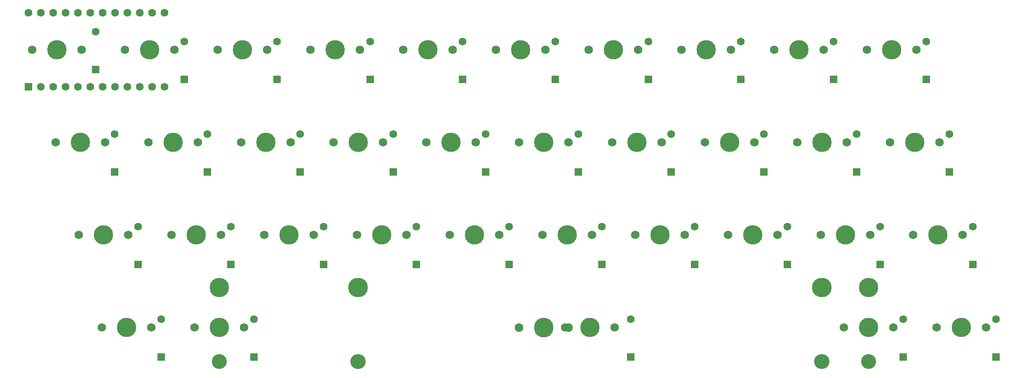
<source format=gbr>
G04 #@! TF.GenerationSoftware,KiCad,Pcbnew,(5.1.4-0-10_14)*
G04 #@! TF.CreationDate,2020-08-16T02:40:48-05:00*
G04 #@! TF.ProjectId,omega_4_solder,6f6d6567-615f-4345-9f73-6f6c6465722e,rev?*
G04 #@! TF.SameCoordinates,Original*
G04 #@! TF.FileFunction,Soldermask,Top*
G04 #@! TF.FilePolarity,Negative*
%FSLAX46Y46*%
G04 Gerber Fmt 4.6, Leading zero omitted, Abs format (unit mm)*
G04 Created by KiCad (PCBNEW (5.1.4-0-10_14)) date 2020-08-16 02:40:48*
%MOMM*%
%LPD*%
G04 APERTURE LIST*
%ADD10C,3.987800*%
%ADD11C,3.048000*%
%ADD12C,1.750000*%
%ADD13C,1.600000*%
%ADD14R,1.600000X1.600000*%
G04 APERTURE END LIST*
D10*
X215375000Y-114445000D03*
X120125000Y-114445000D03*
D11*
X215375000Y-129685000D03*
X120125000Y-129685000D03*
D12*
X172830000Y-122700000D03*
X162670000Y-122700000D03*
D10*
X167750000Y-122700000D03*
X158275000Y-122700000D03*
D12*
X163355000Y-122700000D03*
X153195000Y-122700000D03*
D11*
X215425000Y-129685000D03*
X120175000Y-129685000D03*
D10*
X215425000Y-114445000D03*
X120175000Y-114445000D03*
D13*
X52405000Y-57930000D03*
X54945000Y-57930000D03*
X57485000Y-57930000D03*
X60025000Y-57930000D03*
X62565000Y-57930000D03*
X65105000Y-57930000D03*
X67645000Y-57930000D03*
X70185000Y-57930000D03*
X72725000Y-57930000D03*
X75265000Y-57930000D03*
X77805000Y-57930000D03*
X80345000Y-57930000D03*
X80345000Y-73170000D03*
X77805000Y-73170000D03*
X75265000Y-73170000D03*
X72725000Y-73170000D03*
X70185000Y-73170000D03*
X67645000Y-73170000D03*
X65105000Y-73170000D03*
X62565000Y-73170000D03*
X60025000Y-73170000D03*
X57485000Y-73170000D03*
X54945000Y-73170000D03*
D14*
X52405000Y-73170000D03*
D10*
X244025000Y-122700000D03*
D12*
X238945000Y-122700000D03*
X249105000Y-122700000D03*
D10*
X224975000Y-122700000D03*
D12*
X219895000Y-122700000D03*
X230055000Y-122700000D03*
D10*
X224975000Y-114470000D03*
X91625000Y-114470000D03*
D11*
X224975000Y-129710000D03*
X91625000Y-129710000D03*
D12*
X163380000Y-122725000D03*
X153220000Y-122725000D03*
D10*
X158300000Y-122725000D03*
X91625000Y-122700000D03*
D12*
X86545000Y-122700000D03*
X96705000Y-122700000D03*
D10*
X72600000Y-122700000D03*
D12*
X67520000Y-122700000D03*
X77680000Y-122700000D03*
D10*
X239250000Y-103650000D03*
D12*
X234170000Y-103650000D03*
X244330000Y-103650000D03*
D10*
X220250000Y-103650000D03*
D12*
X215170000Y-103650000D03*
X225330000Y-103650000D03*
D10*
X201175000Y-103650000D03*
D12*
X196095000Y-103650000D03*
X206255000Y-103650000D03*
D10*
X182125000Y-103650000D03*
D12*
X177045000Y-103650000D03*
X187205000Y-103650000D03*
D10*
X163075000Y-103650000D03*
D12*
X157995000Y-103650000D03*
X168155000Y-103650000D03*
D10*
X144025000Y-103650000D03*
D12*
X138945000Y-103650000D03*
X149105000Y-103650000D03*
D10*
X124975000Y-103650000D03*
D12*
X119895000Y-103650000D03*
X130055000Y-103650000D03*
D10*
X105925000Y-103650000D03*
D12*
X100845000Y-103650000D03*
X111005000Y-103650000D03*
D10*
X86875000Y-103650000D03*
D12*
X81795000Y-103650000D03*
X91955000Y-103650000D03*
D10*
X67825000Y-103625000D03*
D12*
X62745000Y-103625000D03*
X72905000Y-103625000D03*
D10*
X234500000Y-84600000D03*
D12*
X229420000Y-84600000D03*
X239580000Y-84600000D03*
D10*
X215450000Y-84600000D03*
D12*
X210370000Y-84600000D03*
X220530000Y-84600000D03*
D10*
X196425000Y-84600000D03*
D12*
X191345000Y-84600000D03*
X201505000Y-84600000D03*
D10*
X177375000Y-84600000D03*
D12*
X172295000Y-84600000D03*
X182455000Y-84600000D03*
D10*
X158275000Y-84600000D03*
D12*
X153195000Y-84600000D03*
X163355000Y-84600000D03*
D10*
X139250000Y-84600000D03*
D12*
X134170000Y-84600000D03*
X144330000Y-84600000D03*
D10*
X120200000Y-84600000D03*
D12*
X115120000Y-84600000D03*
X125280000Y-84600000D03*
D10*
X101175000Y-84600000D03*
D12*
X96095000Y-84600000D03*
X106255000Y-84600000D03*
D10*
X82125000Y-84600000D03*
D12*
X77045000Y-84600000D03*
X87205000Y-84600000D03*
D10*
X63075000Y-84600000D03*
D12*
X57995000Y-84600000D03*
X68155000Y-84600000D03*
D10*
X229725000Y-65550000D03*
D12*
X224645000Y-65550000D03*
X234805000Y-65550000D03*
D10*
X210700000Y-65550000D03*
D12*
X205620000Y-65550000D03*
X215780000Y-65550000D03*
D10*
X191625000Y-65550000D03*
D12*
X186545000Y-65550000D03*
X196705000Y-65550000D03*
X177680000Y-65550000D03*
X167520000Y-65550000D03*
D10*
X172600000Y-65550000D03*
X153550000Y-65550000D03*
D12*
X148470000Y-65550000D03*
X158630000Y-65550000D03*
D10*
X134475000Y-65550000D03*
D12*
X129395000Y-65550000D03*
X139555000Y-65550000D03*
D10*
X115425000Y-65550000D03*
D12*
X110345000Y-65550000D03*
X120505000Y-65550000D03*
D10*
X96375000Y-65525000D03*
D12*
X91295000Y-65525000D03*
X101455000Y-65525000D03*
D10*
X77350000Y-65550000D03*
D12*
X72270000Y-65550000D03*
X82430000Y-65550000D03*
D10*
X58275000Y-65550000D03*
D12*
X53195000Y-65550000D03*
X63355000Y-65550000D03*
D14*
X251150000Y-128775000D03*
D13*
X251150000Y-120975000D03*
D14*
X232075000Y-128775000D03*
D13*
X232075000Y-120975000D03*
D14*
X176125000Y-128800000D03*
D13*
X176125000Y-121000000D03*
D14*
X98750000Y-128800000D03*
D13*
X98750000Y-121000000D03*
D14*
X79700000Y-128800000D03*
D13*
X79700000Y-121000000D03*
D14*
X246375000Y-109750000D03*
D13*
X246375000Y-101950000D03*
D14*
X227350000Y-109750000D03*
D13*
X227350000Y-101950000D03*
D14*
X208300000Y-109750000D03*
D13*
X208300000Y-101950000D03*
D14*
X189250000Y-109750000D03*
D13*
X189250000Y-101950000D03*
D14*
X170200000Y-109750000D03*
D13*
X170200000Y-101950000D03*
D14*
X151125000Y-109750000D03*
D13*
X151125000Y-101950000D03*
D14*
X132075000Y-109750000D03*
D13*
X132075000Y-101950000D03*
D14*
X113025000Y-109750000D03*
D13*
X113025000Y-101950000D03*
D14*
X93975000Y-109750000D03*
D13*
X93975000Y-101950000D03*
D14*
X74925000Y-109750000D03*
D13*
X74925000Y-101950000D03*
D14*
X241625000Y-90675000D03*
D13*
X241625000Y-82875000D03*
D14*
X222575000Y-90675000D03*
D13*
X222575000Y-82875000D03*
D14*
X203525000Y-90675000D03*
D13*
X203525000Y-82875000D03*
D14*
X184475000Y-90675000D03*
D13*
X184475000Y-82875000D03*
D14*
X165425000Y-90675000D03*
D13*
X165425000Y-82875000D03*
D14*
X146375000Y-90675000D03*
D13*
X146375000Y-82875000D03*
D14*
X127350000Y-90675000D03*
D13*
X127350000Y-82875000D03*
D14*
X108275000Y-90675000D03*
D13*
X108275000Y-82875000D03*
D14*
X89225000Y-90675000D03*
D13*
X89225000Y-82875000D03*
D14*
X70175000Y-90675000D03*
D13*
X70175000Y-82875000D03*
D14*
X236875000Y-71625000D03*
D13*
X236875000Y-63825000D03*
D14*
X217825000Y-71625000D03*
D13*
X217825000Y-63825000D03*
D14*
X198775000Y-71625000D03*
D13*
X198775000Y-63825000D03*
D14*
X179750000Y-71625000D03*
D13*
X179750000Y-63825000D03*
D14*
X160675000Y-71625000D03*
D13*
X160675000Y-63825000D03*
D14*
X141625000Y-71625000D03*
D13*
X141625000Y-63825000D03*
D14*
X122600000Y-71625000D03*
D13*
X122600000Y-63825000D03*
D14*
X103525000Y-71625000D03*
D13*
X103525000Y-63825000D03*
D14*
X84475000Y-71625000D03*
D13*
X84475000Y-63825000D03*
D14*
X66200000Y-69600000D03*
D13*
X66200000Y-61800000D03*
M02*

</source>
